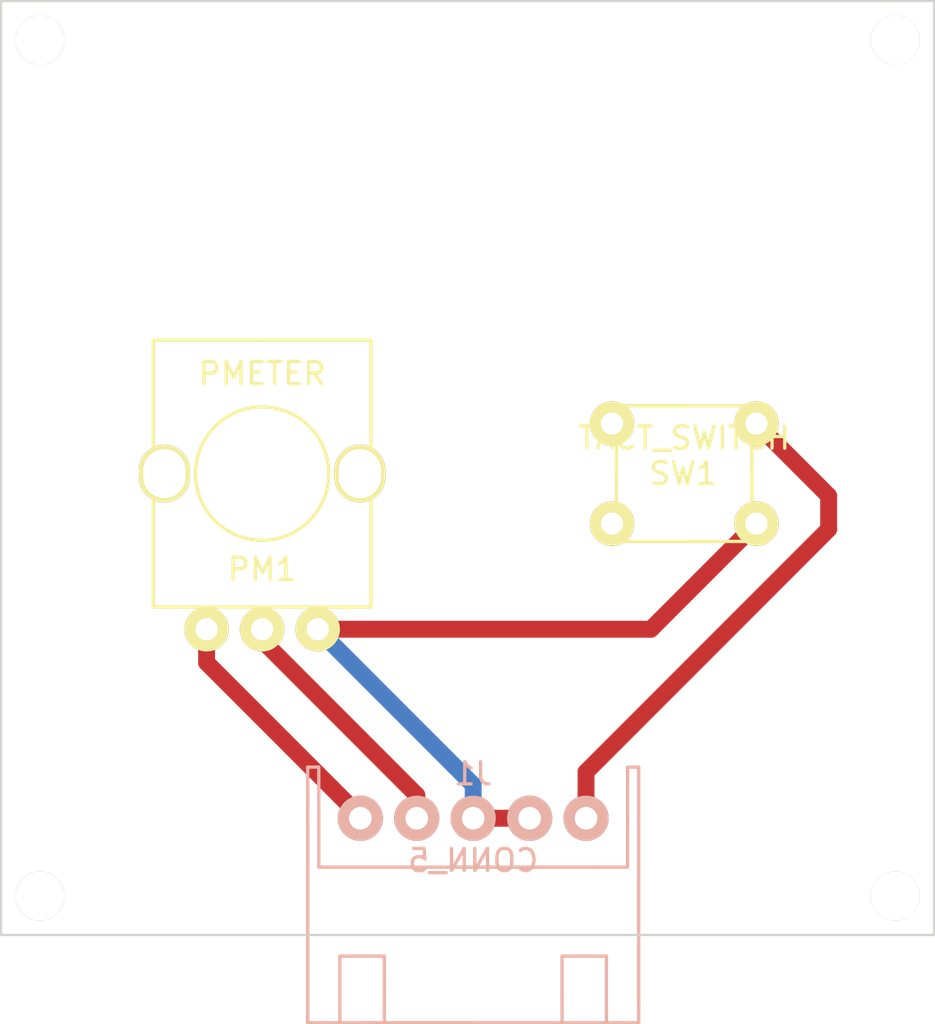
<source format=kicad_pcb>
(kicad_pcb (version 20171130) (host pcbnew "(5.1.12)-1")

  (general
    (thickness 1.6)
    (drawings 4)
    (tracks 16)
    (zones 0)
    (modules 7)
    (nets 5)
  )

  (page A3)
  (title_block
    (title "Opt Adjust")
    (rev 1.0.0)
    (company "smartDIYs Co.,Ltd.")
  )

  (layers
    (0 F.Cu signal)
    (31 B.Cu signal)
    (32 B.Adhes user hide)
    (33 F.Adhes user hide)
    (34 B.Paste user)
    (35 F.Paste user hide)
    (36 B.SilkS user)
    (37 F.SilkS user)
    (38 B.Mask user)
    (39 F.Mask user)
    (40 Dwgs.User user)
    (41 Cmts.User user)
    (42 Eco1.User user)
    (43 Eco2.User user)
    (44 Edge.Cuts user)
  )

  (setup
    (last_trace_width 0.762)
    (trace_clearance 0.254)
    (zone_clearance 0.508)
    (zone_45_only no)
    (trace_min 0.254)
    (via_size 0.8001)
    (via_drill 0.508)
    (via_min_size 0.8001)
    (via_min_drill 0.508)
    (uvia_size 0.508)
    (uvia_drill 0.127)
    (uvias_allowed no)
    (uvia_min_size 0.508)
    (uvia_min_drill 0.127)
    (edge_width 0.1)
    (segment_width 0.2)
    (pcb_text_width 0.3)
    (pcb_text_size 1.5 1.5)
    (mod_edge_width 0.15)
    (mod_text_size 1 1)
    (mod_text_width 0.15)
    (pad_size 2 2)
    (pad_drill 1)
    (pad_to_mask_clearance 0)
    (aux_axis_origin 0 0)
    (visible_elements 7FFFFFFF)
    (pcbplotparams
      (layerselection 0x00030_ffffffff)
      (usegerberextensions true)
      (usegerberattributes true)
      (usegerberadvancedattributes true)
      (creategerberjobfile true)
      (excludeedgelayer true)
      (linewidth 0.150000)
      (plotframeref false)
      (viasonmask false)
      (mode 1)
      (useauxorigin false)
      (hpglpennumber 1)
      (hpglpenspeed 20)
      (hpglpendiameter 15.000000)
      (psnegative false)
      (psa4output false)
      (plotreference true)
      (plotvalue true)
      (plotinvisibletext false)
      (padsonsilk false)
      (subtractmaskfromsilk true)
      (outputformat 1)
      (mirror false)
      (drillshape 0)
      (scaleselection 1)
      (outputdirectory "Gaber/"))
  )

  (net 0 "")
  (net 1 GND)
  (net 2 N-000002)
  (net 3 N-000003)
  (net 4 N-000004)

  (net_class Default "これは標準のネット クラスです。"
    (clearance 0.254)
    (trace_width 0.762)
    (via_dia 0.8001)
    (via_drill 0.508)
    (uvia_dia 0.508)
    (uvia_drill 0.127)
    (add_net GND)
    (add_net N-000002)
    (add_net N-000003)
    (add_net N-000004)
  )

  (module S5B-XH-A (layer B.Cu) (tedit 5695D011) (tstamp 5695D68C)
    (at 187 142.5)
    (path /5695BB2C)
    (fp_text reference J1 (at 0 -2) (layer B.SilkS)
      (effects (font (size 1 1) (thickness 0.15)) (justify mirror))
    )
    (fp_text value CONN_5 (at 0 1.9) (layer B.SilkS)
      (effects (font (size 1 1) (thickness 0.15)) (justify mirror))
    )
    (fp_line (start -4.6 9.2) (end 6 9.2) (layer B.SilkS) (width 0.15))
    (fp_line (start 0 9.2) (end -4.6 9.2) (layer B.SilkS) (width 0.15))
    (fp_line (start -7.45 -0.2) (end -7.45 9.1) (layer B.SilkS) (width 0.15))
    (fp_line (start -7.45 0.05) (end -7.45 -0.2) (layer B.SilkS) (width 0.15))
    (fp_line (start 7.45 -0.05) (end 7.45 8.35) (layer B.SilkS) (width 0.15))
    (fp_line (start -4.6 9.2) (end -7.45 9.2) (layer B.SilkS) (width 0.15))
    (fp_line (start -7.45 9.2) (end -7.25 9.2) (layer B.SilkS) (width 0.15))
    (fp_line (start -7.45 8.95) (end -7.45 9.2) (layer B.SilkS) (width 0.15))
    (fp_line (start 7.45 9.2) (end 7.45 8.1) (layer B.SilkS) (width 0.15))
    (fp_line (start 5.75 9.2) (end 7.45 9.2) (layer B.SilkS) (width 0.15))
    (fp_line (start 7.45 0) (end 7.45 -2.3) (layer B.SilkS) (width 0.15))
    (fp_line (start -7.45 0) (end -7.45 -2.3) (layer B.SilkS) (width 0.15))
    (fp_line (start -6.95 -2.3) (end -6.95 -1) (layer B.SilkS) (width 0.15))
    (fp_line (start -7.45 -2.3) (end -6.95 -2.3) (layer B.SilkS) (width 0.15))
    (fp_line (start -6.95 2.2) (end 5.35 2.2) (layer B.SilkS) (width 0.15))
    (fp_line (start -6.95 -1.05) (end -6.95 2.2) (layer B.SilkS) (width 0.15))
    (fp_line (start 6.95 -2.3) (end 6.95 2.05) (layer B.SilkS) (width 0.15))
    (fp_line (start 7.45 -2.3) (end 6.95 -2.3) (layer B.SilkS) (width 0.15))
    (fp_line (start 6.95 2.2) (end 6.95 2.05) (layer B.SilkS) (width 0.15))
    (fp_line (start 5.35 2.2) (end 6.95 2.2) (layer B.SilkS) (width 0.15))
    (fp_line (start -6 9.2) (end -6 7.4) (layer B.SilkS) (width 0.15))
    (fp_line (start -4 9.2) (end -4 7.4) (layer B.SilkS) (width 0.15))
    (fp_line (start 4 9.2) (end 4 8.1) (layer B.SilkS) (width 0.15))
    (fp_line (start 6 9.2) (end 6 7.4) (layer B.SilkS) (width 0.15))
    (fp_line (start 6 7.5) (end 6 6.4) (layer B.SilkS) (width 0.15))
    (fp_line (start 6 6.2) (end 6 6.6) (layer B.SilkS) (width 0.15))
    (fp_line (start 4 6.2) (end 6 6.2) (layer B.SilkS) (width 0.15))
    (fp_line (start 4 8.2) (end 4 6.2) (layer B.SilkS) (width 0.15))
    (fp_line (start -6 6.2) (end -6 7.4) (layer B.SilkS) (width 0.15))
    (fp_line (start -4 6.2) (end -6 6.2) (layer B.SilkS) (width 0.15))
    (fp_line (start -4 7.5) (end -4 6.2) (layer B.SilkS) (width 0.15))
    (pad 1 thru_hole circle (at -5.08 0) (size 2.032 2.032) (drill 1.016) (layers *.Cu *.Mask B.SilkS)
      (net 2 N-000002))
    (pad 2 thru_hole circle (at -2.54 0) (size 2.032 2.032) (drill 1.016) (layers *.Cu *.Mask B.SilkS)
      (net 3 N-000003))
    (pad 3 thru_hole circle (at 0 0) (size 2.032 2.032) (drill 1.016) (layers *.Cu *.Mask B.SilkS)
      (net 1 GND))
    (pad 4 thru_hole circle (at 2.54 0) (size 2.032 2.032) (drill 1.016) (layers *.Cu *.Mask B.SilkS)
      (net 1 GND))
    (pad 5 thru_hole circle (at 5.08 0) (size 2.032 2.032) (drill 1.016) (layers *.Cu *.Mask B.SilkS)
      (net 4 N-000004))
  )

  (module HOLE_M2 (layer F.Cu) (tedit 5695D6D0) (tstamp 5696C84A)
    (at 167.5 107.5)
    (fp_text reference Ref**_4 (at 0 0) (layer F.SilkS) hide
      (effects (font (size 1.00076 1.00076) (thickness 0.20066)))
    )
    (fp_text value Val** (at 0 0) (layer F.SilkS) hide
      (effects (font (size 1.00076 1.00076) (thickness 0.20066)))
    )
    (pad "" thru_hole circle (at 0 0) (size 2.2 2.2) (drill 2.2) (layers *.Cu *.Mask F.SilkS)
      (clearance 1.50114))
  )

  (module HOLE_M2 (layer F.Cu) (tedit 5695D6D0) (tstamp 5696C853)
    (at 206 107.5)
    (fp_text reference Ref**_3 (at 0 0) (layer F.SilkS) hide
      (effects (font (size 1.00076 1.00076) (thickness 0.20066)))
    )
    (fp_text value Val** (at 0 0) (layer F.SilkS) hide
      (effects (font (size 1.00076 1.00076) (thickness 0.20066)))
    )
    (pad "" thru_hole circle (at 0 0) (size 2.2 2.2) (drill 2.2) (layers *.Cu *.Mask F.SilkS)
      (clearance 1.50114))
  )

  (module HOLE_M2 (layer F.Cu) (tedit 5695D6D0) (tstamp 5696C85C)
    (at 206 146)
    (fp_text reference Ref**_2 (at 0 0) (layer F.SilkS) hide
      (effects (font (size 1.00076 1.00076) (thickness 0.20066)))
    )
    (fp_text value Val** (at 0 0) (layer F.SilkS) hide
      (effects (font (size 1.00076 1.00076) (thickness 0.20066)))
    )
    (pad "" thru_hole circle (at 0 0) (size 2.2 2.2) (drill 2.2) (layers *.Cu *.Mask F.SilkS)
      (clearance 1.50114))
  )

  (module HOLE_M2 (layer F.Cu) (tedit 5695D6D0) (tstamp 5696C865)
    (at 167.5 146)
    (fp_text reference Ref** (at 0 0) (layer F.SilkS) hide
      (effects (font (size 1.00076 1.00076) (thickness 0.20066)))
    )
    (fp_text value Val** (at 0 0) (layer F.SilkS) hide
      (effects (font (size 1.00076 1.00076) (thickness 0.20066)))
    )
    (pad "" thru_hole circle (at 0 0) (size 2.2 2.2) (drill 2.2) (layers *.Cu *.Mask F.SilkS)
      (clearance 1.50114))
  )

  (module WH09A-2 (layer F.Cu) (tedit 56B1BCA3) (tstamp 56B1CAC5)
    (at 177.5 127)
    (path /5695AC43)
    (fp_text reference PM1 (at 0 4.3) (layer F.SilkS)
      (effects (font (size 1 1) (thickness 0.15)))
    )
    (fp_text value PMETER (at 0 -4.5) (layer F.SilkS)
      (effects (font (size 1 1) (thickness 0.15)))
    )
    (fp_line (start -4.9 6) (end -4.9 1.2) (layer F.SilkS) (width 0.15))
    (fp_line (start 0 6) (end -4.9 6) (layer F.SilkS) (width 0.15))
    (fp_line (start 4.9 6) (end 4.9 1.2) (layer F.SilkS) (width 0.15))
    (fp_line (start 0.1 6) (end 4.9 6) (layer F.SilkS) (width 0.15))
    (fp_line (start -4.9 -6) (end -4.9 -1.2) (layer F.SilkS) (width 0.15))
    (fp_line (start 0 -6) (end -4.9 -6) (layer F.SilkS) (width 0.15))
    (fp_line (start 4.9 -6) (end 4.9 -1.2) (layer F.SilkS) (width 0.15))
    (fp_line (start 0 -6) (end 4.9 -6) (layer F.SilkS) (width 0.15))
    (fp_circle (center 0 0) (end 0 3) (layer F.SilkS) (width 0.15))
    (pad 1 thru_hole circle (at -2.5 7) (size 2 2) (drill 1) (layers *.Cu *.Mask F.SilkS)
      (net 2 N-000002))
    (pad 2 thru_hole circle (at 0 7) (size 2 2) (drill 1) (layers *.Cu *.Mask F.SilkS)
      (net 3 N-000003))
    (pad 3 thru_hole circle (at 2.5 7) (size 2 2) (drill 1) (layers *.Cu *.Mask F.SilkS)
      (net 1 GND))
    (pad "" thru_hole oval (at -4.4 0) (size 2.3 2.6) (drill oval 1.9 2.2) (layers *.Cu *.Mask F.SilkS))
    (pad "" thru_hole oval (at 4.4 0) (size 2.3 2.6) (drill oval 1.9 2.2) (layers *.Cu *.Mask F.SilkS))
  )

  (module TSA06131 (layer F.Cu) (tedit 56B1BC27) (tstamp 56B1CAD6)
    (at 196.5 127)
    (path /5695ACF6)
    (fp_text reference SW1 (at -0.05 0) (layer F.SilkS)
      (effects (font (size 1 1) (thickness 0.15)))
    )
    (fp_text value TACT_SWITCH (at 0 -1.6) (layer F.SilkS)
      (effects (font (size 1 1) (thickness 0.15)))
    )
    (fp_line (start -3.05 -1.35) (end -3.05 1.3) (layer F.SilkS) (width 0.15))
    (fp_line (start -3.05 0) (end -3.05 -1.35) (layer F.SilkS) (width 0.15))
    (fp_line (start 3.05 1.3) (end 3.05 0.95) (layer F.SilkS) (width 0.15))
    (fp_line (start 3.05 -1.35) (end 3.05 1.3) (layer F.SilkS) (width 0.15))
    (fp_line (start 3.05 0) (end 3.05 -1.35) (layer F.SilkS) (width 0.15))
    (fp_line (start -2.75 3.05) (end 2.8 3.05) (layer F.SilkS) (width 0.15))
    (fp_line (start 0 3.05) (end -2.75 3.05) (layer F.SilkS) (width 0.15))
    (fp_line (start -2.85 -3.05) (end 2.85 -3.05) (layer F.SilkS) (width 0.15))
    (fp_line (start 0.05 -3.05) (end -2.85 -3.05) (layer F.SilkS) (width 0.15))
    (pad 4 thru_hole circle (at -3.25 -2.25) (size 2 2) (drill 1) (layers *.Cu *.Mask F.SilkS))
    (pad 1 thru_hole circle (at 3.25 -2.25) (size 2 2) (drill 1) (layers *.Cu *.Mask F.SilkS)
      (net 4 N-000004))
    (pad 3 thru_hole circle (at -3.25 2.25) (size 2 2) (drill 1) (layers *.Cu *.Mask F.SilkS))
    (pad 2 thru_hole circle (at 3.25 2.25) (size 2 2) (drill 1) (layers *.Cu *.Mask F.SilkS)
      (net 1 GND))
  )

  (gr_line (start 207.75 105.75) (end 207.75 147.75) (angle 90) (layer Edge.Cuts) (width 0.1))
  (gr_line (start 165.75 105.75) (end 207.75 105.75) (angle 90) (layer Edge.Cuts) (width 0.1))
  (gr_line (start 165.75 147.75) (end 165.75 105.75) (angle 90) (layer Edge.Cuts) (width 0.1))
  (gr_line (start 207.75 147.75) (end 165.75 147.75) (angle 90) (layer Edge.Cuts) (width 0.1))

  (segment (start 189.54 142.5) (end 187 142.5) (width 0.762) (layer F.Cu) (net 1))
  (segment (start 180 134) (end 187 141) (width 0.762) (layer B.Cu) (net 1))
  (segment (start 187 141) (end 187 142.5) (width 0.762) (layer B.Cu) (net 1))
  (segment (start 199.75 129.25) (end 195 134) (width 0.762) (layer F.Cu) (net 1))
  (segment (start 195 134) (end 180 134) (width 0.762) (layer F.Cu) (net 1))
  (segment (start 175 134) (end 175 135.5) (width 0.762) (layer F.Cu) (net 2))
  (segment (start 175 135.5) (end 181.92 142.42) (width 0.762) (layer F.Cu) (net 2))
  (segment (start 181.92 142.42) (end 181.92 142.5) (width 0.762) (layer F.Cu) (net 2))
  (segment (start 177.5 134) (end 177.5 134.5) (width 0.762) (layer F.Cu) (net 3))
  (segment (start 177.5 134.5) (end 184.46 141.46) (width 0.762) (layer F.Cu) (net 3))
  (segment (start 184.46 141.46) (end 184.46 142.5) (width 0.762) (layer F.Cu) (net 3))
  (via (at 184.46 142.5) (size 0.8002) (layers F.Cu B.Cu) (net 3))
  (segment (start 192.08 142.5) (end 192.08 140.42) (width 0.762) (layer F.Cu) (net 4))
  (segment (start 192.08 140.42) (end 203 129.5) (width 0.762) (layer F.Cu) (net 4))
  (segment (start 203 129.5) (end 203 128) (width 0.762) (layer F.Cu) (net 4))
  (segment (start 203 128) (end 199.75 124.75) (width 0.762) (layer F.Cu) (net 4))

)

</source>
